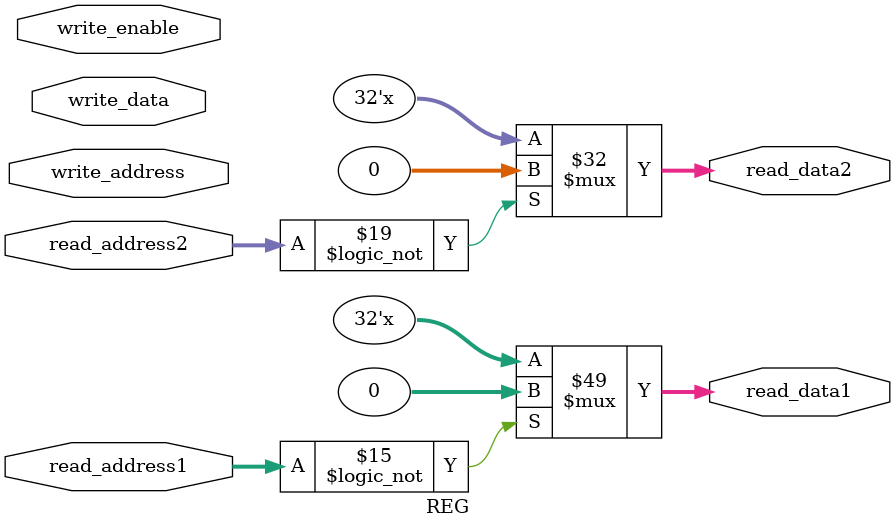
<source format=v>
module REG(write_enable, write_address, write_data, read_address1, read_address2, read_data1, read_data2);
parameter PhysicalRegisterAddrWidth = 5;
parameter DataWidth = 32;

input write_enable;
input [PhysicalRegisterAddrWidth-1:0]write_address;
input [DataWidth-1:0]write_data;

input [PhysicalRegisterAddrWidth-1:0]read_address1;
input [PhysicalRegisterAddrWidth-1:0]read_address2;


output reg [DataWidth-1:0]read_data1;
output reg [DataWidth-1:0]read_data2;

// input [PhysicalRegisterAddrWidth-1:0]debug_read_address;

// output [DataWidth-1:0]debug_read_data;

reg [DataWidth-1:0]registers[0:PhysicalRegisterAddrWidth-1];


// always@(posedge clk or posedge rst)begin
//     if(rst)begin
//         registers <= 0;
//     end
//     else begin
always @(*) begin
        if(write_enable && write_address != 0)begin
            registers[write_address] <= write_data;
        end

        if(read_address1 == 0)
            read_data1 <= 0;
        else 
            read_data1 <= registers[read_address1];

        if(read_address2 == 0)
            read_data2 <= 0;
        else 
            read_data2 <= registers[read_address2];

        // if(debug_read_address == 0)
        //     debug_read_data <= 0;
        // else 
        //     debug_read_data <= registers[debug_read_address];
    end
// end


endmodule
</source>
